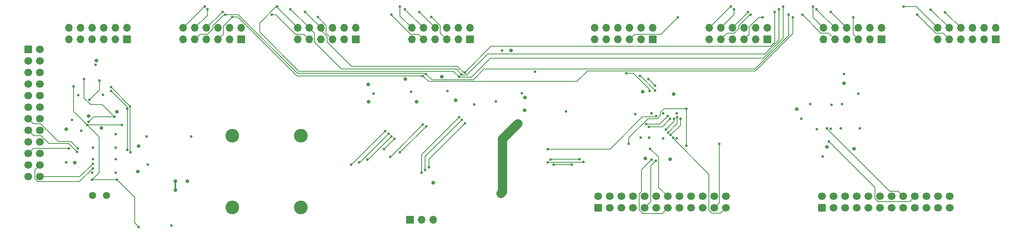
<source format=gbl>
G04 #@! TF.GenerationSoftware,KiCad,Pcbnew,9.0.1*
G04 #@! TF.CreationDate,2025-05-15T03:15:06-07:00*
G04 #@! TF.ProjectId,Input_PCB_V5,496e7075-745f-4504-9342-5f56352e6b69,rev?*
G04 #@! TF.SameCoordinates,Original*
G04 #@! TF.FileFunction,Copper,L4,Bot*
G04 #@! TF.FilePolarity,Positive*
%FSLAX46Y46*%
G04 Gerber Fmt 4.6, Leading zero omitted, Abs format (unit mm)*
G04 Created by KiCad (PCBNEW 9.0.1) date 2025-05-15 03:15:06*
%MOMM*%
%LPD*%
G01*
G04 APERTURE LIST*
G04 Aperture macros list*
%AMRoundRect*
0 Rectangle with rounded corners*
0 $1 Rounding radius*
0 $2 $3 $4 $5 $6 $7 $8 $9 X,Y pos of 4 corners*
0 Add a 4 corners polygon primitive as box body*
4,1,4,$2,$3,$4,$5,$6,$7,$8,$9,$2,$3,0*
0 Add four circle primitives for the rounded corners*
1,1,$1+$1,$2,$3*
1,1,$1+$1,$4,$5*
1,1,$1+$1,$6,$7*
1,1,$1+$1,$8,$9*
0 Add four rect primitives between the rounded corners*
20,1,$1+$1,$2,$3,$4,$5,0*
20,1,$1+$1,$4,$5,$6,$7,0*
20,1,$1+$1,$6,$7,$8,$9,0*
20,1,$1+$1,$8,$9,$2,$3,0*%
G04 Aperture macros list end*
G04 #@! TA.AperFunction,ComponentPad*
%ADD10C,1.574800*%
G04 #@! TD*
G04 #@! TA.AperFunction,ComponentPad*
%ADD11R,1.700000X1.700000*%
G04 #@! TD*
G04 #@! TA.AperFunction,ComponentPad*
%ADD12O,1.700000X1.700000*%
G04 #@! TD*
G04 #@! TA.AperFunction,ComponentPad*
%ADD13RoundRect,0.250000X0.600000X-0.600000X0.600000X0.600000X-0.600000X0.600000X-0.600000X-0.600000X0*%
G04 #@! TD*
G04 #@! TA.AperFunction,ComponentPad*
%ADD14C,1.700000*%
G04 #@! TD*
G04 #@! TA.AperFunction,ComponentPad*
%ADD15C,3.000000*%
G04 #@! TD*
G04 #@! TA.AperFunction,ComponentPad*
%ADD16RoundRect,0.250000X-0.600000X-0.600000X0.600000X-0.600000X0.600000X0.600000X-0.600000X0.600000X0*%
G04 #@! TD*
G04 #@! TA.AperFunction,ViaPad*
%ADD17C,0.600000*%
G04 #@! TD*
G04 #@! TA.AperFunction,ViaPad*
%ADD18C,0.800000*%
G04 #@! TD*
G04 #@! TA.AperFunction,ViaPad*
%ADD19C,1.800000*%
G04 #@! TD*
G04 #@! TA.AperFunction,Conductor*
%ADD20C,0.300000*%
G04 #@! TD*
G04 #@! TA.AperFunction,Conductor*
%ADD21C,2.000000*%
G04 #@! TD*
G04 #@! TA.AperFunction,Conductor*
%ADD22C,0.150000*%
G04 #@! TD*
G04 APERTURE END LIST*
D10*
X48466600Y-122241901D03*
X45466601Y-122241901D03*
D11*
X193000000Y-88000000D03*
D12*
X193000000Y-85460000D03*
X190460000Y-88000000D03*
X190460000Y-85460000D03*
X187920000Y-88000000D03*
X187920000Y-85460000D03*
X185380000Y-88000000D03*
X185380000Y-85460000D03*
X182840000Y-88000000D03*
X182840000Y-85460000D03*
X180300000Y-88000000D03*
X180300000Y-85460000D03*
D13*
X156000000Y-125000000D03*
D14*
X156000000Y-122460000D03*
X158540000Y-125000000D03*
X158540000Y-122460000D03*
X161080000Y-125000000D03*
X161080000Y-122460000D03*
X163620000Y-125000000D03*
X163620000Y-122460000D03*
X166160000Y-125000000D03*
X166160000Y-122460000D03*
X168700000Y-125000000D03*
X168700000Y-122460000D03*
X171240000Y-125000000D03*
X171240000Y-122460000D03*
X173780000Y-125000000D03*
X173780000Y-122460000D03*
X176320000Y-125000000D03*
X176320000Y-122460000D03*
X178860000Y-125000000D03*
X178860000Y-122460000D03*
X181400000Y-125000000D03*
X181400000Y-122460000D03*
X183940000Y-125000000D03*
X183940000Y-122460000D03*
D15*
X91000000Y-109150000D03*
X91000000Y-124850000D03*
D11*
X103000000Y-88000000D03*
D12*
X103000000Y-85460000D03*
X100460000Y-88000000D03*
X100460000Y-85460000D03*
X97920000Y-88000000D03*
X97920000Y-85460000D03*
X95380000Y-88000000D03*
X95380000Y-85460000D03*
X92840000Y-88000000D03*
X92840000Y-85460000D03*
X90300000Y-88000000D03*
X90300000Y-85460000D03*
D11*
X78000000Y-88000000D03*
D12*
X78000000Y-85460000D03*
X75460000Y-88000000D03*
X75460000Y-85460000D03*
X72920000Y-88000000D03*
X72920000Y-85460000D03*
X70380000Y-88000000D03*
X70380000Y-85460000D03*
X67840000Y-88000000D03*
X67840000Y-85460000D03*
X65300000Y-88000000D03*
X65300000Y-85460000D03*
D11*
X128000000Y-88000000D03*
D12*
X128000000Y-85460000D03*
X125460000Y-88000000D03*
X125460000Y-85460000D03*
X122920000Y-88000000D03*
X122920000Y-85460000D03*
X120380000Y-88000000D03*
X120380000Y-85460000D03*
X117840000Y-88000000D03*
X117840000Y-85460000D03*
X115300000Y-88000000D03*
X115300000Y-85460000D03*
D11*
X114920000Y-127600000D03*
D12*
X117460000Y-127600000D03*
X120000000Y-127600000D03*
D11*
X218000000Y-88000000D03*
D12*
X218000000Y-85460000D03*
X215460000Y-88000000D03*
X215460000Y-85460000D03*
X212920000Y-88000000D03*
X212920000Y-85460000D03*
X210380000Y-88000000D03*
X210380000Y-85460000D03*
X207840000Y-88000000D03*
X207840000Y-85460000D03*
X205300000Y-88000000D03*
X205300000Y-85460000D03*
D11*
X53000000Y-88000000D03*
D12*
X53000000Y-85460000D03*
X50460000Y-88000000D03*
X50460000Y-85460000D03*
X47920000Y-88000000D03*
X47920000Y-85460000D03*
X45380000Y-88000000D03*
X45380000Y-85460000D03*
X42840000Y-88000000D03*
X42840000Y-85460000D03*
X40300000Y-88000000D03*
X40300000Y-85460000D03*
D11*
X168000000Y-88000000D03*
D12*
X168000000Y-85460000D03*
X165460000Y-88000000D03*
X165460000Y-85460000D03*
X162920000Y-88000000D03*
X162920000Y-85460000D03*
X160380000Y-88000000D03*
X160380000Y-85460000D03*
X157840000Y-88000000D03*
X157840000Y-85460000D03*
X155300000Y-88000000D03*
X155300000Y-85460000D03*
D15*
X76000000Y-109150000D03*
X76000000Y-124850000D03*
D11*
X243000000Y-88000000D03*
D12*
X243000000Y-85460000D03*
X240460000Y-88000000D03*
X240460000Y-85460000D03*
X237920000Y-88000000D03*
X237920000Y-85460000D03*
X235380000Y-88000000D03*
X235380000Y-85460000D03*
X232840000Y-88000000D03*
X232840000Y-85460000D03*
X230300000Y-88000000D03*
X230300000Y-85460000D03*
D16*
X31400000Y-90160000D03*
D14*
X33940000Y-90160000D03*
X31400000Y-92700000D03*
X33940000Y-92700000D03*
X31400000Y-95240000D03*
X33940000Y-95240000D03*
X31400000Y-97780000D03*
X33940000Y-97780000D03*
X31400000Y-100320000D03*
X33940000Y-100320000D03*
X31400000Y-102860000D03*
X33940000Y-102860000D03*
X31400000Y-105400000D03*
X33940000Y-105400000D03*
X31400000Y-107940000D03*
X33940000Y-107940000D03*
X31400000Y-110480000D03*
X33940000Y-110480000D03*
X31400000Y-113020000D03*
X33940000Y-113020000D03*
X31400000Y-115560000D03*
X33940000Y-115560000D03*
X31400000Y-118100000D03*
X33940000Y-118100000D03*
D13*
X205000000Y-125000000D03*
D14*
X205000000Y-122460000D03*
X207540000Y-125000000D03*
X207540000Y-122460000D03*
X210080000Y-125000000D03*
X210080000Y-122460000D03*
X212620000Y-125000000D03*
X212620000Y-122460000D03*
X215160000Y-125000000D03*
X215160000Y-122460000D03*
X217700000Y-125000000D03*
X217700000Y-122460000D03*
X220240000Y-125000000D03*
X220240000Y-122460000D03*
X222780000Y-125000000D03*
X222780000Y-122460000D03*
X225320000Y-125000000D03*
X225320000Y-122460000D03*
X227860000Y-125000000D03*
X227860000Y-122460000D03*
X230400000Y-125000000D03*
X230400000Y-122460000D03*
X232940000Y-125000000D03*
X232940000Y-122460000D03*
D17*
X67000000Y-109300000D03*
D18*
X50800000Y-103900000D03*
X199484577Y-103321994D03*
X41582822Y-115032822D03*
X171800000Y-114300000D03*
X47400000Y-107475000D03*
X44600000Y-104800000D03*
X165800000Y-99500000D03*
X63600000Y-119150000D03*
X124900000Y-101350000D03*
X55500000Y-111400000D03*
X46266861Y-92614617D03*
X212000000Y-112000000D03*
X120000000Y-119500000D03*
X66200000Y-119150000D03*
X39700000Y-107700000D03*
X116300000Y-101700000D03*
X209800000Y-97600000D03*
X206037370Y-111562630D03*
X55400000Y-117000000D03*
X105800000Y-101700000D03*
X172500000Y-100000000D03*
X166371412Y-114114552D03*
X63600000Y-121075000D03*
D17*
X206949865Y-107651983D03*
X106899916Y-99900000D03*
X45400000Y-117300000D03*
X43000000Y-108000000D03*
X57300000Y-109300000D03*
X50500000Y-114300000D03*
X57600000Y-115525001D03*
X149000000Y-103800000D03*
X47700000Y-100200000D03*
X209800000Y-95547882D03*
X50500000Y-117300000D03*
X142200000Y-95100000D03*
X45500000Y-114300000D03*
X139360000Y-99787500D03*
X115099916Y-99500000D03*
X42342000Y-100250002D03*
X46142000Y-93567649D03*
X50500000Y-108800000D03*
X128899916Y-102300000D03*
X170250001Y-109752124D03*
X207110044Y-102330115D03*
X173250000Y-109752125D03*
X167749999Y-104247876D03*
X173250001Y-104247874D03*
X133710000Y-101587500D03*
X209400000Y-102200000D03*
X167200000Y-109598800D03*
X164177477Y-104401200D03*
X62700000Y-128850000D03*
X202400000Y-102200000D03*
X213282142Y-107550783D03*
X39700000Y-115000000D03*
X205100000Y-113700000D03*
X170250000Y-104247877D03*
X135004074Y-90404074D03*
X203899729Y-107703967D03*
X50500000Y-111800000D03*
X45500000Y-111800000D03*
X200500000Y-105400000D03*
X212949865Y-99949081D03*
X123099916Y-99300000D03*
X41000000Y-105700000D03*
X165300000Y-109598800D03*
X209108028Y-107555492D03*
D19*
X138460000Y-106487500D03*
X134800000Y-121800000D03*
D18*
X121800000Y-96200000D03*
X105700000Y-97900000D03*
X140060000Y-100787500D03*
X113900000Y-96675000D03*
X139960000Y-103587500D03*
X137000000Y-90400000D03*
D17*
X50800000Y-118800000D03*
X51900000Y-106800000D03*
X45400000Y-118800000D03*
X41300000Y-98300000D03*
X44300000Y-106800000D03*
X55500000Y-129200000D03*
X175300000Y-103200000D03*
X175324575Y-111375425D03*
X162700000Y-110900000D03*
X45525000Y-116300000D03*
X42100000Y-112725000D03*
X40300000Y-111900000D03*
X45500000Y-115300000D03*
X42268418Y-111942926D03*
X168675000Y-114600000D03*
X167400000Y-111975000D03*
X172425735Y-109600101D03*
X167701387Y-114419073D03*
X182500000Y-110900000D03*
X206500000Y-110400000D03*
X206087062Y-107550783D03*
X203000000Y-80800000D03*
X85800000Y-80800000D03*
X70000000Y-80800000D03*
X196500000Y-80800000D03*
X185100000Y-80800000D03*
X112700000Y-80800000D03*
X222800000Y-80800000D03*
X125599916Y-96200000D03*
X192000000Y-83135000D03*
X94700000Y-83100000D03*
X117699916Y-96000000D03*
X76000000Y-83100000D03*
X119500000Y-83100000D03*
X211800000Y-83135000D03*
X198600000Y-83135000D03*
X173500000Y-83135000D03*
X84688172Y-82525001D03*
X110800000Y-82525000D03*
X197700000Y-82560000D03*
X225800000Y-82560000D03*
X74456215Y-82525000D03*
X200700000Y-82560000D03*
X118365558Y-95556239D03*
X189400000Y-82560000D03*
X231920000Y-82000000D03*
X194600000Y-81985000D03*
X116900000Y-81950000D03*
X188800000Y-81985000D03*
X206900000Y-81985000D03*
X91900000Y-81950000D03*
X126873326Y-95261309D03*
X73900000Y-81950000D03*
X113800000Y-81375000D03*
X88700000Y-81375000D03*
X203800000Y-81375000D03*
X228790000Y-81410000D03*
X195600000Y-81375000D03*
X185765642Y-81375000D03*
X126165603Y-95634313D03*
X70600000Y-81375000D03*
X44812500Y-101300000D03*
X47010999Y-97000000D03*
X174026646Y-105425000D03*
X125600000Y-105100000D03*
X117400000Y-117250001D03*
X171894080Y-109002319D03*
X49503014Y-98496121D03*
X53675000Y-102661827D03*
X53724697Y-112799758D03*
X168750000Y-104800000D03*
X109200000Y-112075000D03*
X111500000Y-109775000D03*
X145000000Y-112075000D03*
X145600000Y-114375000D03*
X105600000Y-114375001D03*
X152000000Y-114300000D03*
X110800000Y-109300000D03*
X165138172Y-96025000D03*
X168500000Y-99200000D03*
X126200000Y-105700000D03*
X118200000Y-116675001D03*
X171340269Y-108425000D03*
X173322902Y-105044545D03*
X49500000Y-99300000D03*
X53090918Y-103208501D03*
X53100000Y-112300000D03*
X167056587Y-96675000D03*
X118400000Y-107100000D03*
X168513172Y-98100000D03*
X112700000Y-112800000D03*
X110600000Y-113750000D03*
X117700000Y-106700000D03*
X150300000Y-115525001D03*
X146300000Y-115525001D03*
X102000000Y-115525001D03*
X109500000Y-108100000D03*
X171805985Y-105425000D03*
X167100000Y-107175000D03*
X119000000Y-116100001D03*
X172619157Y-105425000D03*
X170841867Y-107750337D03*
X126900000Y-106400000D03*
X167275000Y-99300000D03*
X162200000Y-95450000D03*
X145000000Y-114950001D03*
X152800000Y-114900000D03*
X171306854Y-104799806D03*
X166500000Y-106600000D03*
X103800000Y-114950001D03*
X110200000Y-108700000D03*
X43614746Y-96696145D03*
X50300000Y-105000000D03*
X44615136Y-106064682D03*
D20*
X63600000Y-121075000D02*
X63600000Y-119150000D01*
D21*
X135100000Y-121500000D02*
X135100000Y-109847500D01*
X135100000Y-109847500D02*
X138460000Y-106487500D01*
X134800000Y-121800000D02*
X135100000Y-121500000D01*
D22*
X55500000Y-129100000D02*
X54700000Y-128300000D01*
X41300000Y-103800000D02*
X41300000Y-98300000D01*
X55500000Y-129200000D02*
X55500000Y-129100000D01*
X44300000Y-106800000D02*
X51900000Y-106800000D01*
X50800000Y-118800000D02*
X45400000Y-118800000D01*
X46900000Y-109400000D02*
X44300000Y-106800000D01*
X46900000Y-117300000D02*
X46900000Y-109400000D01*
X45400000Y-118800000D02*
X46900000Y-117300000D01*
X54700000Y-128300000D02*
X54700000Y-122700000D01*
X54700000Y-122700000D02*
X50800000Y-118800000D01*
X44300000Y-106800000D02*
X41300000Y-103800000D01*
X175324575Y-103224575D02*
X175300000Y-103200000D01*
X175324575Y-111375425D02*
X175324575Y-103224575D01*
X170484704Y-103200000D02*
X175300000Y-103200000D01*
X162700000Y-110900000D02*
X162700000Y-109586827D01*
X166911827Y-105375000D02*
X168988173Y-105375000D01*
X168988173Y-105375000D02*
X169675000Y-104688173D01*
X169675000Y-104688173D02*
X169675000Y-104009704D01*
X162700000Y-109586827D02*
X166911827Y-105375000D01*
X169675000Y-104009704D02*
X170484704Y-103200000D01*
X32815000Y-116685000D02*
X32815000Y-118565991D01*
X42600000Y-119225000D02*
X45525000Y-116300000D01*
X32815000Y-118565991D02*
X33474009Y-119225000D01*
X33940000Y-115560000D02*
X32815000Y-116685000D01*
X33474009Y-119225000D02*
X42600000Y-119225000D01*
X32560000Y-109100000D02*
X31400000Y-107940000D01*
X40175000Y-110800000D02*
X35850991Y-110800000D01*
X34150991Y-109100000D02*
X32560000Y-109100000D01*
X42100000Y-112725000D02*
X40175000Y-110800000D01*
X35850991Y-110800000D02*
X34150991Y-109100000D01*
X40300000Y-111900000D02*
X39900000Y-111900000D01*
X39900000Y-111900000D02*
X39895000Y-111895000D01*
X39895000Y-111895000D02*
X32525000Y-111895000D01*
X32525000Y-111895000D02*
X31400000Y-113020000D01*
X42700000Y-118100000D02*
X33940000Y-118100000D01*
X45500000Y-115300000D02*
X42700000Y-118100000D01*
X37990991Y-110400000D02*
X40725492Y-110400000D01*
X42268418Y-111942926D02*
X40725492Y-110400000D01*
X34115991Y-106525000D02*
X32525000Y-106525000D01*
X32525000Y-106525000D02*
X31400000Y-105400000D01*
X37990991Y-110400000D02*
X34115991Y-106525000D01*
X168675000Y-114600000D02*
X167575000Y-115700000D01*
X167575000Y-115700000D02*
X167575000Y-123585000D01*
X167575000Y-123585000D02*
X166160000Y-125000000D01*
X169250000Y-120470000D02*
X171240000Y-122460000D01*
X169250000Y-113825000D02*
X169250000Y-120470000D01*
X167400000Y-111975000D02*
X169250000Y-113825000D01*
X180275000Y-117590298D02*
X180275000Y-125475000D01*
X180275000Y-125475000D02*
X180925000Y-126125000D01*
X182815000Y-126125000D02*
X183940000Y-125000000D01*
X172425735Y-109600101D02*
X172425735Y-109741033D01*
X180925000Y-126125000D02*
X182815000Y-126125000D01*
X172425735Y-109741033D02*
X180275000Y-117590298D01*
X170040000Y-126200000D02*
X171240000Y-125000000D01*
X165769009Y-126200000D02*
X170040000Y-126200000D01*
X165500000Y-121400000D02*
X165000000Y-121900000D01*
X165000000Y-125430991D02*
X165769009Y-126200000D01*
X167680927Y-114419073D02*
X165500000Y-116600000D01*
X165000000Y-121900000D02*
X165000000Y-125430991D01*
X165500000Y-116600000D02*
X165500000Y-121400000D01*
X167701387Y-114419073D02*
X167680927Y-114419073D01*
X182500000Y-110900000D02*
X182525000Y-110925000D01*
X182525000Y-110925000D02*
X182525000Y-123875000D01*
X182525000Y-123875000D02*
X181400000Y-125000000D01*
X217234009Y-123585000D02*
X224195000Y-123585000D01*
X206500000Y-110400000D02*
X216575000Y-120475000D01*
X216575000Y-122925991D02*
X217234009Y-123585000D01*
X224195000Y-123585000D02*
X225320000Y-122460000D01*
X216575000Y-120475000D02*
X216575000Y-122925991D01*
X206087062Y-107602353D02*
X219819709Y-121335000D01*
X221655000Y-121335000D02*
X222780000Y-122460000D01*
X219819709Y-121335000D02*
X221655000Y-121335000D01*
X206087062Y-107550783D02*
X206087062Y-107602353D01*
X112700000Y-82860000D02*
X115300000Y-85460000D01*
X90581239Y-94981239D02*
X124381155Y-94981239D01*
X125628863Y-96228863D02*
X128371137Y-96228863D01*
X112700000Y-80800000D02*
X112700000Y-82860000D01*
X192139949Y-92100000D02*
X196500000Y-87739949D01*
X132500000Y-92100000D02*
X192139949Y-92100000D01*
X82000000Y-84400000D02*
X82000000Y-86400000D01*
X82000000Y-86400000D02*
X90581239Y-94981239D01*
X69960000Y-80800000D02*
X70000000Y-80800000D01*
X85800000Y-80800000D02*
X85600000Y-80800000D01*
X124381155Y-94981239D02*
X125599916Y-96200000D01*
X85600000Y-80800000D02*
X82000000Y-84400000D01*
X85800000Y-80800000D02*
X85800000Y-80960000D01*
X203000000Y-80800000D02*
X203000000Y-83160000D01*
X65300000Y-85460000D02*
X69960000Y-80800000D01*
X225640000Y-80800000D02*
X230300000Y-85460000D01*
X203000000Y-83160000D02*
X205300000Y-85460000D01*
X85800000Y-80960000D02*
X90300000Y-85460000D01*
X184960000Y-80800000D02*
X185100000Y-80800000D01*
X222800000Y-80800000D02*
X225640000Y-80800000D01*
X196500000Y-87739949D02*
X196500000Y-80800000D01*
X125600000Y-96200000D02*
X125628863Y-96228863D01*
X125599916Y-96200000D02*
X125600000Y-96200000D01*
X180300000Y-85460000D02*
X184960000Y-80800000D01*
X128371137Y-96228863D02*
X132500000Y-92100000D01*
X77230991Y-83100000D02*
X76000000Y-83100000D01*
X119610991Y-83100000D02*
X121505000Y-84994009D01*
X118924916Y-97225000D02*
X151375000Y-97225000D01*
X211795000Y-83140000D02*
X211800000Y-83135000D01*
X117699916Y-96000000D02*
X90130990Y-96000000D01*
X119500000Y-83100000D02*
X119610991Y-83100000D01*
X90130990Y-96000000D02*
X89165495Y-95034505D01*
X169760000Y-86875000D02*
X173500000Y-83135000D01*
X74045000Y-86875000D02*
X74045000Y-85055000D01*
X96505000Y-84905000D02*
X94700000Y-83100000D01*
X212920000Y-88000000D02*
X211795000Y-86875000D01*
X162920000Y-88000000D02*
X164045000Y-86875000D01*
X164045000Y-86875000D02*
X169760000Y-86875000D01*
X121505000Y-86585000D02*
X122920000Y-88000000D01*
X97920000Y-88000000D02*
X96505000Y-86585000D01*
X189045000Y-86875000D02*
X187920000Y-88000000D01*
X211795000Y-86875000D02*
X211795000Y-83140000D01*
X191194009Y-83135000D02*
X189045000Y-85284009D01*
X121505000Y-84994009D02*
X121505000Y-86585000D01*
X190419974Y-94875000D02*
X198600000Y-86694974D01*
X198600000Y-86694974D02*
X198600000Y-83135000D01*
X192000000Y-83135000D02*
X191194009Y-83135000D01*
X72920000Y-88000000D02*
X74045000Y-86875000D01*
X153725000Y-94875000D02*
X190419974Y-94875000D01*
X89165495Y-95034505D02*
X77230991Y-83100000D01*
X189045000Y-85284009D02*
X189045000Y-86875000D01*
X96505000Y-86585000D02*
X96505000Y-84905000D01*
X151375000Y-97225000D02*
X153725000Y-94875000D01*
X117699916Y-96000000D02*
X118924916Y-97225000D01*
X74045000Y-85055000D02*
X76000000Y-83100000D01*
X71795000Y-85705000D02*
X71795000Y-84994009D01*
X206425000Y-86585000D02*
X204725000Y-86585000D01*
X68965000Y-86875000D02*
X70625000Y-86875000D01*
X118365558Y-95556239D02*
X119684319Y-96875000D01*
X77325000Y-82525000D02*
X74456215Y-82525000D01*
X190275000Y-94525000D02*
X197700000Y-87100000D01*
X186795000Y-84994009D02*
X189229009Y-82560000D01*
X119684319Y-96875000D02*
X128725000Y-96875000D01*
X70625000Y-86875000D02*
X71795000Y-85705000D01*
X91715000Y-86875000D02*
X92840000Y-88000000D01*
X85500001Y-82525001D02*
X89850000Y-86875000D01*
X115075000Y-86875000D02*
X110800000Y-82600000D01*
X225809009Y-82560000D02*
X229834009Y-86585000D01*
X131075000Y-94525000D02*
X190275000Y-94525000D01*
X207840000Y-88000000D02*
X206425000Y-86585000D01*
X110800000Y-82600000D02*
X110800000Y-82525000D01*
X231425000Y-86585000D02*
X232840000Y-88000000D01*
X184255000Y-86585000D02*
X185845991Y-86585000D01*
X74264009Y-82525000D02*
X74456215Y-82525000D01*
X128725000Y-96875000D02*
X131075000Y-94525000D01*
X197700000Y-87100000D02*
X197700000Y-82560000D01*
X185845991Y-86585000D02*
X186795000Y-85635991D01*
X116715000Y-86875000D02*
X115075000Y-86875000D01*
X90200000Y-95400000D02*
X77325000Y-82525000D01*
X225800000Y-82560000D02*
X225809009Y-82560000D01*
X118209319Y-95400000D02*
X90200000Y-95400000D01*
X67840000Y-88000000D02*
X68965000Y-86875000D01*
X71795000Y-84994009D02*
X74264009Y-82525000D01*
X84688172Y-82525001D02*
X85500001Y-82525001D01*
X229834009Y-86585000D02*
X231425000Y-86585000D01*
X186795000Y-85635991D02*
X186795000Y-84994009D01*
X204725000Y-86585000D02*
X200700000Y-82560000D01*
X117840000Y-88000000D02*
X116715000Y-86875000D01*
X189229009Y-82560000D02*
X189400000Y-82560000D01*
X89850000Y-86875000D02*
X91715000Y-86875000D01*
X118365558Y-95556239D02*
X118209319Y-95400000D01*
X182840000Y-88000000D02*
X184255000Y-86585000D01*
X120380000Y-85460000D02*
X116900000Y-81980000D01*
X116900000Y-81980000D02*
X116900000Y-81950000D01*
X102100000Y-93900000D02*
X96795000Y-88595000D01*
X206905000Y-81985000D02*
X206900000Y-81985000D01*
X185380000Y-85460000D02*
X188800000Y-82040000D01*
X210380000Y-85460000D02*
X206905000Y-81985000D01*
X126873326Y-95261309D02*
X126873326Y-95528863D01*
X73890000Y-81950000D02*
X73900000Y-81950000D01*
X70380000Y-85460000D02*
X73890000Y-81950000D01*
X91900000Y-81980000D02*
X91900000Y-81950000D01*
X96795000Y-87369975D02*
X95380000Y-85954975D01*
X95380000Y-85460000D02*
X91900000Y-81980000D01*
X188800000Y-82040000D02*
X188800000Y-81985000D01*
X96795000Y-88595000D02*
X96795000Y-87369975D01*
X126873326Y-95261309D02*
X126873326Y-95226674D01*
X126873326Y-95226674D02*
X132600000Y-89500000D01*
X231920000Y-82000000D02*
X235380000Y-85460000D01*
X95380000Y-85954975D02*
X95380000Y-85460000D01*
X132600000Y-89500000D02*
X193750000Y-89500000D01*
X125244463Y-93900000D02*
X102100000Y-93900000D01*
X194600000Y-88650000D02*
X194600000Y-81985000D01*
X193750000Y-89500000D02*
X194600000Y-88650000D01*
X126873326Y-95528863D02*
X125244463Y-93900000D01*
X93965000Y-86585000D02*
X93965000Y-88565000D01*
X92840000Y-85460000D02*
X93965000Y-86585000D01*
X127221137Y-95878863D02*
X131900000Y-91200000D01*
X92840000Y-85460000D02*
X88755000Y-81375000D01*
X70600000Y-82700000D02*
X67840000Y-85460000D01*
X125031290Y-94500000D02*
X126165603Y-95634313D01*
X195600000Y-88144974D02*
X195600000Y-81375000D01*
X126165603Y-95634313D02*
X126410153Y-95878863D01*
X113800000Y-81420000D02*
X113800000Y-81375000D01*
X131900000Y-91200000D02*
X192544974Y-91200000D01*
X88755000Y-81375000D02*
X88700000Y-81375000D01*
X185765642Y-82534358D02*
X182840000Y-85460000D01*
X93965000Y-88565000D02*
X99900000Y-94500000D01*
X126410153Y-95878863D02*
X127221137Y-95878863D01*
X99900000Y-94500000D02*
X125031290Y-94500000D01*
X207840000Y-85460000D02*
X203800000Y-81420000D01*
X70600000Y-81375000D02*
X70600000Y-82700000D01*
X117840000Y-85460000D02*
X113800000Y-81420000D01*
X228790000Y-81410000D02*
X232840000Y-85460000D01*
X185765642Y-81375000D02*
X185765642Y-82534358D01*
X192544974Y-91200000D02*
X195600000Y-88144974D01*
X203800000Y-81420000D02*
X203800000Y-81375000D01*
X47010999Y-97000000D02*
X47010999Y-99101501D01*
X47010999Y-99101501D02*
X44812500Y-101300000D01*
X174026646Y-106869753D02*
X171894080Y-109002319D01*
X117400000Y-113300000D02*
X125600000Y-105100000D01*
X174026646Y-105425000D02*
X174026646Y-106869753D01*
X117400000Y-117250001D02*
X117400000Y-113300000D01*
X53675000Y-102661827D02*
X53675000Y-112750061D01*
X49509294Y-98496121D02*
X53675000Y-102661827D01*
X53675000Y-112750061D02*
X53724697Y-112799758D01*
X49503014Y-98496121D02*
X49509294Y-98496121D01*
X145000000Y-112075000D02*
X158625000Y-112075000D01*
X165700000Y-105000000D02*
X168550000Y-105000000D01*
X111500000Y-109775000D02*
X109200000Y-112075000D01*
X168550000Y-105000000D02*
X168750000Y-104800000D01*
X158625000Y-112075000D02*
X165700000Y-105000000D01*
X110800000Y-109300000D02*
X105724999Y-114375001D01*
X145675000Y-114300000D02*
X145600000Y-114375000D01*
X105724999Y-114375001D02*
X105600000Y-114375001D01*
X152000000Y-114300000D02*
X145675000Y-114300000D01*
X165138172Y-96025000D02*
X165325000Y-96025000D01*
X165325000Y-96025000D02*
X168500000Y-99200000D01*
X118200000Y-113700000D02*
X126200000Y-105700000D01*
X173322902Y-105044545D02*
X173322902Y-106442367D01*
X118200000Y-116675001D02*
X118200000Y-113700000D01*
X173322902Y-106442367D02*
X171340269Y-108425000D01*
X53100000Y-112300000D02*
X53100000Y-102900000D01*
X53100000Y-102900000D02*
X49500000Y-99300000D01*
X168513172Y-98100000D02*
X168481587Y-98100000D01*
X118400000Y-107100000D02*
X112700000Y-112800000D01*
X168481587Y-98100000D02*
X167056587Y-96675000D01*
X117700000Y-106700000D02*
X110650000Y-113750000D01*
X110650000Y-113750000D02*
X110600000Y-113750000D01*
X170055985Y-107175000D02*
X171805985Y-105425000D01*
X150300000Y-115525001D02*
X146300000Y-115525001D01*
X109500000Y-108100000D02*
X102074999Y-115525001D01*
X102074999Y-115525001D02*
X102000000Y-115525001D01*
X167100000Y-107175000D02*
X170055985Y-107175000D01*
X172619157Y-105425000D02*
X172619157Y-105973047D01*
X119000000Y-114300000D02*
X126900000Y-106400000D01*
X119000000Y-116100001D02*
X119000000Y-114300000D01*
X172619157Y-105973047D02*
X170841867Y-107750337D01*
X167275000Y-98975000D02*
X167275000Y-99300000D01*
X163750000Y-95450000D02*
X167275000Y-98975000D01*
X162200000Y-95450000D02*
X163750000Y-95450000D01*
X152800000Y-114900000D02*
X152749999Y-114950001D01*
X103949999Y-114950001D02*
X103800000Y-114950001D01*
X152749999Y-114950001D02*
X145000000Y-114950001D01*
X166500000Y-106600000D02*
X169506660Y-106600000D01*
X110200000Y-108700000D02*
X103949999Y-114950001D01*
X169506660Y-106600000D02*
X171306854Y-104799806D01*
X44999327Y-102300000D02*
X43614746Y-100915419D01*
X50399998Y-105100002D02*
X47599997Y-102300000D01*
X43614746Y-100915419D02*
X43614746Y-96696145D01*
X45679818Y-105000000D02*
X50300000Y-105000000D01*
X44615136Y-106064682D02*
X45679818Y-105000000D01*
X47599997Y-102300000D02*
X44999327Y-102300000D01*
M02*

</source>
